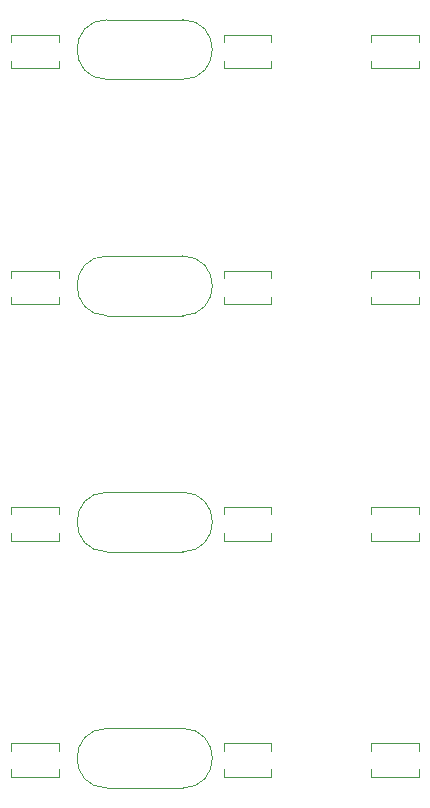
<source format=gbr>
G04 #@! TF.GenerationSoftware,KiCad,Pcbnew,(5.1.2)-1*
G04 #@! TF.CreationDate,2020-10-02T01:28:06+09:00*
G04 #@! TF.ProjectId,minimal-atmega328p,6d696e69-6d61-46c2-9d61-746d65676133,rev?*
G04 #@! TF.SameCoordinates,Original*
G04 #@! TF.FileFunction,Legend,Bot*
G04 #@! TF.FilePolarity,Positive*
%FSLAX46Y46*%
G04 Gerber Fmt 4.6, Leading zero omitted, Abs format (unit mm)*
G04 Created by KiCad (PCBNEW (5.1.2)-1) date 2020-10-02 01:28:07*
%MOMM*%
%LPD*%
G04 APERTURE LIST*
%ADD10C,0.120000*%
G04 APERTURE END LIST*
D10*
X108084300Y-55668900D02*
X104044300Y-55668900D01*
X108084300Y-58508900D02*
X104044300Y-58508900D01*
X108084300Y-55668900D02*
X108084300Y-56293900D01*
X108084300Y-57883900D02*
X108084300Y-58508900D01*
X104044300Y-55668900D02*
X104044300Y-56293900D01*
X104044300Y-57883900D02*
X104044300Y-58508900D01*
X90084300Y-55668900D02*
X86044300Y-55668900D01*
X90084300Y-58508900D02*
X86044300Y-58508900D01*
X90084300Y-55668900D02*
X90084300Y-56293900D01*
X90084300Y-57883900D02*
X90084300Y-58508900D01*
X86044300Y-55668900D02*
X86044300Y-56293900D01*
X86044300Y-57883900D02*
X86044300Y-58508900D01*
X116544300Y-58508900D02*
X120584300Y-58508900D01*
X116544300Y-55668900D02*
X120584300Y-55668900D01*
X116544300Y-58508900D02*
X116544300Y-57883900D01*
X116544300Y-56293900D02*
X116544300Y-55668900D01*
X120584300Y-58508900D02*
X120584300Y-57883900D01*
X120584300Y-56293900D02*
X120584300Y-55668900D01*
X100569300Y-54403900D02*
X94169300Y-54403900D01*
X100569300Y-59453900D02*
X94169300Y-59453900D01*
X100569300Y-59453900D02*
G75*
G03X100569300Y-54403900I0J2525000D01*
G01*
X94169300Y-59453900D02*
G75*
G02X94169300Y-54403900I0J2525000D01*
G01*
X108084300Y-75668900D02*
X104044300Y-75668900D01*
X108084300Y-78508900D02*
X104044300Y-78508900D01*
X108084300Y-75668900D02*
X108084300Y-76293900D01*
X108084300Y-77883900D02*
X108084300Y-78508900D01*
X104044300Y-75668900D02*
X104044300Y-76293900D01*
X104044300Y-77883900D02*
X104044300Y-78508900D01*
X90084300Y-75668900D02*
X86044300Y-75668900D01*
X90084300Y-78508900D02*
X86044300Y-78508900D01*
X90084300Y-75668900D02*
X90084300Y-76293900D01*
X90084300Y-77883900D02*
X90084300Y-78508900D01*
X86044300Y-75668900D02*
X86044300Y-76293900D01*
X86044300Y-77883900D02*
X86044300Y-78508900D01*
X116544300Y-78508900D02*
X120584300Y-78508900D01*
X116544300Y-75668900D02*
X120584300Y-75668900D01*
X116544300Y-78508900D02*
X116544300Y-77883900D01*
X116544300Y-76293900D02*
X116544300Y-75668900D01*
X120584300Y-78508900D02*
X120584300Y-77883900D01*
X120584300Y-76293900D02*
X120584300Y-75668900D01*
X100569300Y-74403900D02*
X94169300Y-74403900D01*
X100569300Y-79453900D02*
X94169300Y-79453900D01*
X100569300Y-79453900D02*
G75*
G03X100569300Y-74403900I0J2525000D01*
G01*
X94169300Y-79453900D02*
G75*
G02X94169300Y-74403900I0J2525000D01*
G01*
X108084300Y-95668900D02*
X104044300Y-95668900D01*
X108084300Y-98508900D02*
X104044300Y-98508900D01*
X108084300Y-95668900D02*
X108084300Y-96293900D01*
X108084300Y-97883900D02*
X108084300Y-98508900D01*
X104044300Y-95668900D02*
X104044300Y-96293900D01*
X104044300Y-97883900D02*
X104044300Y-98508900D01*
X90084300Y-95668900D02*
X86044300Y-95668900D01*
X90084300Y-98508900D02*
X86044300Y-98508900D01*
X90084300Y-95668900D02*
X90084300Y-96293900D01*
X90084300Y-97883900D02*
X90084300Y-98508900D01*
X86044300Y-95668900D02*
X86044300Y-96293900D01*
X86044300Y-97883900D02*
X86044300Y-98508900D01*
X116544300Y-98508900D02*
X120584300Y-98508900D01*
X116544300Y-95668900D02*
X120584300Y-95668900D01*
X116544300Y-98508900D02*
X116544300Y-97883900D01*
X116544300Y-96293900D02*
X116544300Y-95668900D01*
X120584300Y-98508900D02*
X120584300Y-97883900D01*
X120584300Y-96293900D02*
X120584300Y-95668900D01*
X100569300Y-94403900D02*
X94169300Y-94403900D01*
X100569300Y-99453900D02*
X94169300Y-99453900D01*
X100569300Y-99453900D02*
G75*
G03X100569300Y-94403900I0J2525000D01*
G01*
X94169300Y-99453900D02*
G75*
G02X94169300Y-94403900I0J2525000D01*
G01*
X94169300Y-119453900D02*
G75*
G02X94169300Y-114403900I0J2525000D01*
G01*
X100569300Y-119453900D02*
G75*
G03X100569300Y-114403900I0J2525000D01*
G01*
X100569300Y-119453900D02*
X94169300Y-119453900D01*
X100569300Y-114403900D02*
X94169300Y-114403900D01*
X120584300Y-116293900D02*
X120584300Y-115668900D01*
X120584300Y-118508900D02*
X120584300Y-117883900D01*
X116544300Y-116293900D02*
X116544300Y-115668900D01*
X116544300Y-118508900D02*
X116544300Y-117883900D01*
X116544300Y-115668900D02*
X120584300Y-115668900D01*
X116544300Y-118508900D02*
X120584300Y-118508900D01*
X86044300Y-117883900D02*
X86044300Y-118508900D01*
X86044300Y-115668900D02*
X86044300Y-116293900D01*
X90084300Y-117883900D02*
X90084300Y-118508900D01*
X90084300Y-115668900D02*
X90084300Y-116293900D01*
X90084300Y-118508900D02*
X86044300Y-118508900D01*
X90084300Y-115668900D02*
X86044300Y-115668900D01*
X104044300Y-117883900D02*
X104044300Y-118508900D01*
X104044300Y-115668900D02*
X104044300Y-116293900D01*
X108084300Y-117883900D02*
X108084300Y-118508900D01*
X108084300Y-115668900D02*
X108084300Y-116293900D01*
X108084300Y-118508900D02*
X104044300Y-118508900D01*
X108084300Y-115668900D02*
X104044300Y-115668900D01*
M02*

</source>
